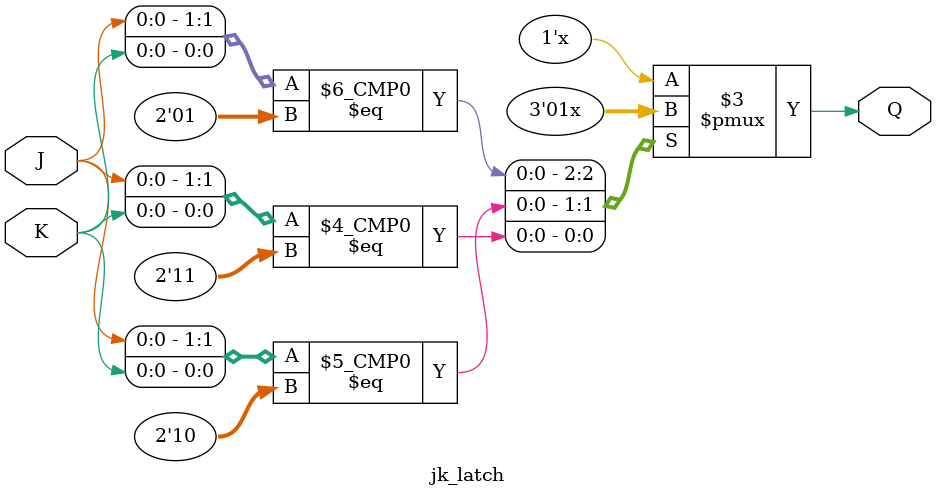
<source format=v>
module jk_latch(
	input J,K,
	output reg Q
);

always@(*)
	begin
		case({J,K})
			2'b00 : Q <= Q;
			2'b01 : Q <= 0;
			2'b10 : Q <= 1;
			2'b11 : Q <= ~Q;
		endcase
	end
	
endmodule

			
</source>
